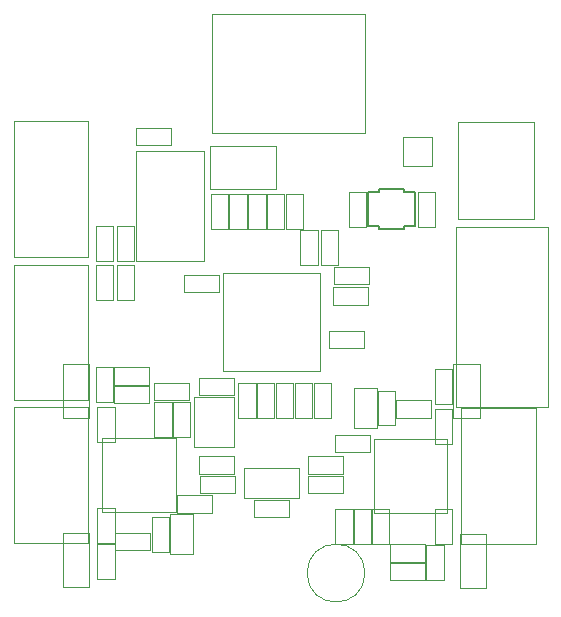
<source format=gbr>
%TF.GenerationSoftware,KiCad,Pcbnew,8.0.2*%
%TF.CreationDate,2024-08-07T22:56:45+12:00*%
%TF.ProjectId,FYP_P2_2,4659505f-5032-45f3-922e-6b696361645f,rev?*%
%TF.SameCoordinates,Original*%
%TF.FileFunction,Other,User*%
%FSLAX46Y46*%
G04 Gerber Fmt 4.6, Leading zero omitted, Abs format (unit mm)*
G04 Created by KiCad (PCBNEW 8.0.2) date 2024-08-07 22:56:45*
%MOMM*%
%LPD*%
G01*
G04 APERTURE LIST*
%ADD10C,0.152400*%
%ADD11C,0.050000*%
G04 APERTURE END LIST*
D10*
%TO.C,U4*%
X127594750Y-83517001D02*
X128547250Y-83517001D01*
X127594750Y-86433001D02*
X127594750Y-83517001D01*
X127594750Y-86433001D02*
X128547250Y-86433001D01*
X128547250Y-83273201D02*
X130655450Y-83273201D01*
X128547250Y-83517001D02*
X128547250Y-83273201D01*
X128547250Y-86676801D02*
X128547250Y-86433001D01*
X130655450Y-83273201D02*
X130655450Y-83517001D01*
X130655450Y-86433001D02*
X130655450Y-86676801D01*
X130655450Y-86676801D02*
X128547250Y-86676801D01*
X131607950Y-83517001D02*
X130655450Y-83517001D01*
X131607950Y-83517001D02*
X131607950Y-86433001D01*
X131607950Y-86433001D02*
X130655450Y-86433001D01*
D11*
%TO.C,J7*%
X135080000Y-86530000D02*
X135080000Y-101720000D01*
X135080000Y-86530000D02*
X142820000Y-86530000D01*
X142820000Y-86530000D02*
X142820000Y-101720000D01*
X142820000Y-101720000D02*
X135080000Y-101720000D01*
%TO.C,Y1*%
X112850000Y-100925000D02*
X112850000Y-105125000D01*
X112850000Y-105125000D02*
X116250000Y-105125000D01*
X116250000Y-100925000D02*
X112850000Y-100925000D01*
X116250000Y-105125000D02*
X116250000Y-100925000D01*
%TO.C,U3*%
X107995000Y-80060000D02*
X107995000Y-89360000D01*
X107995000Y-89360000D02*
X113715000Y-89360000D01*
X113715000Y-80060000D02*
X107995000Y-80060000D01*
X113715000Y-89360000D02*
X113715000Y-80060000D01*
%TO.C,R3*%
X106310000Y-89745000D02*
X107770000Y-89745000D01*
X106310000Y-92705000D02*
X106310000Y-89745000D01*
X107770000Y-89745000D02*
X107770000Y-92705000D01*
X107770000Y-92705000D02*
X106310000Y-92705000D01*
%TO.C,C21*%
X133260000Y-101872500D02*
X134720000Y-101872500D01*
X133260000Y-104832500D02*
X133260000Y-101872500D01*
X134720000Y-101872500D02*
X134720000Y-104832500D01*
X134720000Y-104832500D02*
X133260000Y-104832500D01*
%TO.C,C23*%
X124815000Y-104115000D02*
X127775000Y-104115000D01*
X124815000Y-105575000D02*
X124815000Y-104115000D01*
X127775000Y-104115000D02*
X127775000Y-105575000D01*
X127775000Y-105575000D02*
X124815000Y-105575000D01*
%TO.C,C31*%
X117945000Y-109620000D02*
X120905000Y-109620000D01*
X117945000Y-111080000D02*
X117945000Y-109620000D01*
X120905000Y-109620000D02*
X120905000Y-111080000D01*
X120905000Y-111080000D02*
X117945000Y-111080000D01*
%TO.C,H1*%
X127340000Y-115800000D02*
G75*
G02*
X122440000Y-115800000I-2450000J0D01*
G01*
X122440000Y-115800000D02*
G75*
G02*
X127340000Y-115800000I2450000J0D01*
G01*
%TO.C,R22*%
X104530000Y-98395000D02*
X105990000Y-98395000D01*
X104530000Y-101355000D02*
X104530000Y-98395000D01*
X105990000Y-98395000D02*
X105990000Y-101355000D01*
X105990000Y-101355000D02*
X104530000Y-101355000D01*
%TO.C,R27*%
X101780000Y-112395000D02*
X104020000Y-112395000D01*
X101780000Y-116955000D02*
X101780000Y-112395000D01*
X104020000Y-112395000D02*
X104020000Y-116955000D01*
X104020000Y-116955000D02*
X101780000Y-116955000D01*
%TO.C,J15*%
X97610000Y-77550000D02*
X103910000Y-77550000D01*
X97610000Y-89000000D02*
X97610000Y-77550000D01*
X103910000Y-77550000D02*
X103910000Y-89000000D01*
X103910000Y-89000000D02*
X97610000Y-89000000D01*
%TO.C,C28*%
X104695000Y-110295000D02*
X106155000Y-110295000D01*
X104695000Y-113255000D02*
X104695000Y-110295000D01*
X106155000Y-110295000D02*
X106155000Y-113255000D01*
X106155000Y-113255000D02*
X104695000Y-113255000D01*
%TO.C,R8*%
X106310000Y-86410000D02*
X107770000Y-86410000D01*
X106310000Y-89370000D02*
X106310000Y-86410000D01*
X107770000Y-86410000D02*
X107770000Y-89370000D01*
X107770000Y-89370000D02*
X106310000Y-89370000D01*
%TO.C,C3*%
X124295000Y-95320000D02*
X127255000Y-95320000D01*
X124295000Y-96780000D02*
X124295000Y-95320000D01*
X127255000Y-95320000D02*
X127255000Y-96780000D01*
X127255000Y-96780000D02*
X124295000Y-96780000D01*
%TO.C,C13*%
X116620000Y-99720000D02*
X118080000Y-99720000D01*
X116620000Y-102680000D02*
X116620000Y-99720000D01*
X118080000Y-99720000D02*
X118080000Y-102680000D01*
X118080000Y-102680000D02*
X116620000Y-102680000D01*
%TO.C,IC1*%
X128080000Y-104465000D02*
X134330000Y-104465000D01*
X128080000Y-110715000D02*
X128080000Y-104465000D01*
X134330000Y-104465000D02*
X134330000Y-110715000D01*
X134330000Y-110715000D02*
X128080000Y-110715000D01*
%TO.C,R15*%
X132540000Y-113455000D02*
X134000000Y-113455000D01*
X132540000Y-116415000D02*
X132540000Y-113455000D01*
X134000000Y-113455000D02*
X134000000Y-116415000D01*
X134000000Y-116415000D02*
X132540000Y-116415000D01*
%TO.C,R16*%
X133260000Y-98530000D02*
X134720000Y-98530000D01*
X133260000Y-101490000D02*
X133260000Y-98530000D01*
X134720000Y-98530000D02*
X134720000Y-101490000D01*
X134720000Y-101490000D02*
X133260000Y-101490000D01*
%TO.C,D4*%
X113340000Y-107570000D02*
X116300000Y-107570000D01*
X113340000Y-109030000D02*
X113340000Y-107570000D01*
X116300000Y-107570000D02*
X116300000Y-109030000D01*
X116300000Y-109030000D02*
X113340000Y-109030000D01*
%TO.C,C5*%
X119805000Y-99720000D02*
X121265000Y-99720000D01*
X119805000Y-102680000D02*
X119805000Y-99720000D01*
X121265000Y-99720000D02*
X121265000Y-102680000D01*
X121265000Y-102680000D02*
X119805000Y-102680000D01*
%TO.C,C15*%
X131795000Y-83545000D02*
X133255000Y-83545000D01*
X131795000Y-86505000D02*
X131795000Y-83545000D01*
X133255000Y-83545000D02*
X133255000Y-86505000D01*
X133255000Y-86505000D02*
X131795000Y-86505000D01*
%TO.C,C14*%
X113290000Y-99260000D02*
X116250000Y-99260000D01*
X113290000Y-100720000D02*
X113290000Y-99260000D01*
X116250000Y-99260000D02*
X116250000Y-100720000D01*
X116250000Y-100720000D02*
X113290000Y-100720000D01*
%TO.C,J9*%
X97600000Y-101770000D02*
X103900000Y-101770000D01*
X97600000Y-113220000D02*
X97600000Y-101770000D01*
X103900000Y-101770000D02*
X103900000Y-113220000D01*
X103900000Y-113220000D02*
X97600000Y-113220000D01*
%TO.C,J14*%
X135500000Y-101865000D02*
X141800000Y-101865000D01*
X135500000Y-113315000D02*
X135500000Y-101865000D01*
X141800000Y-101865000D02*
X141800000Y-113315000D01*
X141800000Y-113315000D02*
X135500000Y-113315000D01*
%TO.C,C27*%
X110845000Y-110800000D02*
X112805000Y-110800000D01*
X110845000Y-114200000D02*
X110845000Y-110800000D01*
X112805000Y-110800000D02*
X112805000Y-114200000D01*
X112805000Y-114200000D02*
X110845000Y-114200000D01*
%TO.C,R28*%
X101780000Y-98070000D02*
X104020000Y-98070000D01*
X101780000Y-102630000D02*
X101780000Y-98070000D01*
X104020000Y-98070000D02*
X104020000Y-102630000D01*
X104020000Y-102630000D02*
X101780000Y-102630000D01*
%TO.C,C17*%
X125995000Y-83545000D02*
X127455000Y-83545000D01*
X125995000Y-86505000D02*
X125995000Y-83545000D01*
X127455000Y-83545000D02*
X127455000Y-86505000D01*
X127455000Y-86505000D02*
X125995000Y-86505000D01*
%TO.C,C4*%
X124620000Y-91620000D02*
X127580000Y-91620000D01*
X124620000Y-93080000D02*
X124620000Y-91620000D01*
X127580000Y-91620000D02*
X127580000Y-93080000D01*
X127580000Y-93080000D02*
X124620000Y-93080000D01*
%TO.C,R20*%
X111070000Y-101317500D02*
X112530000Y-101317500D01*
X111070000Y-104277500D02*
X111070000Y-101317500D01*
X112530000Y-101317500D02*
X112530000Y-104277500D01*
X112530000Y-104277500D02*
X111070000Y-104277500D01*
%TO.C,C8*%
X123620000Y-86745000D02*
X125080000Y-86745000D01*
X123620000Y-89705000D02*
X123620000Y-86745000D01*
X125080000Y-86745000D02*
X125080000Y-89705000D01*
X125080000Y-89705000D02*
X123620000Y-89705000D01*
%TO.C,C25*%
X104695000Y-101745000D02*
X106155000Y-101745000D01*
X104695000Y-104705000D02*
X104695000Y-101745000D01*
X106155000Y-101745000D02*
X106155000Y-104705000D01*
X106155000Y-104705000D02*
X104695000Y-104705000D01*
%TO.C,C1*%
X124695000Y-89870000D02*
X127655000Y-89870000D01*
X124695000Y-91330000D02*
X124695000Y-89870000D01*
X127655000Y-89870000D02*
X127655000Y-91330000D01*
X127655000Y-91330000D02*
X124695000Y-91330000D01*
%TO.C,R9*%
X104580000Y-86405000D02*
X106040000Y-86405000D01*
X104580000Y-89365000D02*
X104580000Y-86405000D01*
X106040000Y-86405000D02*
X106040000Y-89365000D01*
X106040000Y-89365000D02*
X104580000Y-89365000D01*
%TO.C,R11*%
X120670000Y-83695000D02*
X122130000Y-83695000D01*
X120670000Y-86655000D02*
X120670000Y-83695000D01*
X122130000Y-83695000D02*
X122130000Y-86655000D01*
X122130000Y-86655000D02*
X120670000Y-86655000D01*
%TO.C,C7*%
X117470000Y-83695000D02*
X118930000Y-83695000D01*
X117470000Y-86655000D02*
X117470000Y-83695000D01*
X118930000Y-83695000D02*
X118930000Y-86655000D01*
X118930000Y-86655000D02*
X117470000Y-86655000D01*
%TO.C,C24*%
X109520000Y-101317500D02*
X110980000Y-101317500D01*
X109520000Y-104277500D02*
X109520000Y-101317500D01*
X110980000Y-101317500D02*
X110980000Y-104277500D01*
X110980000Y-104277500D02*
X109520000Y-104277500D01*
%TO.C,C2*%
X115870000Y-83695000D02*
X117330000Y-83695000D01*
X115870000Y-86655000D02*
X115870000Y-83695000D01*
X117330000Y-83695000D02*
X117330000Y-86655000D01*
X117330000Y-86655000D02*
X115870000Y-86655000D01*
%TO.C,R25*%
X106095000Y-99945000D02*
X109055000Y-99945000D01*
X106095000Y-101405000D02*
X106095000Y-99945000D01*
X109055000Y-99945000D02*
X109055000Y-101405000D01*
X109055000Y-101405000D02*
X106095000Y-101405000D01*
%TO.C,C30*%
X111460000Y-109220000D02*
X114420000Y-109220000D01*
X111460000Y-110680000D02*
X111460000Y-109220000D01*
X114420000Y-109220000D02*
X114420000Y-110680000D01*
X114420000Y-110680000D02*
X111460000Y-110680000D01*
%TO.C,J5*%
X97630000Y-89690000D02*
X103930000Y-89690000D01*
X97630000Y-101140000D02*
X97630000Y-89690000D01*
X103930000Y-89690000D02*
X103930000Y-101140000D01*
X103930000Y-101140000D02*
X97630000Y-101140000D01*
%TO.C,IC2*%
X105075000Y-104375000D02*
X111325000Y-104375000D01*
X105075000Y-110625000D02*
X105075000Y-104375000D01*
X111325000Y-104375000D02*
X111325000Y-110625000D01*
X111325000Y-110625000D02*
X105075000Y-110625000D01*
%TO.C,J12*%
X135185000Y-85850000D02*
X135185000Y-77580000D01*
X135185000Y-85850000D02*
X141645000Y-85850000D01*
X141645000Y-77580000D02*
X135185000Y-77580000D01*
X141645000Y-77580000D02*
X141645000Y-85850000D01*
%TO.C,C6*%
X112055000Y-90554841D02*
X115015000Y-90554841D01*
X112055000Y-92014841D02*
X112055000Y-90554841D01*
X115015000Y-90554841D02*
X115015000Y-92014841D01*
X115015000Y-92014841D02*
X112055000Y-92014841D01*
%TO.C,D1*%
X124845000Y-110345000D02*
X126305000Y-110345000D01*
X124845000Y-113305000D02*
X124845000Y-110345000D01*
X126305000Y-110345000D02*
X126305000Y-113305000D01*
X126305000Y-113305000D02*
X124845000Y-113305000D01*
%TO.C,D2*%
X122507500Y-107570000D02*
X125467500Y-107570000D01*
X122507500Y-109030000D02*
X122507500Y-107570000D01*
X125467500Y-107570000D02*
X125467500Y-109030000D01*
X125467500Y-109030000D02*
X122507500Y-109030000D01*
%TO.C,R12*%
X119070000Y-83695000D02*
X120530000Y-83695000D01*
X119070000Y-86655000D02*
X119070000Y-83695000D01*
X120530000Y-83695000D02*
X120530000Y-86655000D01*
X120530000Y-86655000D02*
X119070000Y-86655000D01*
%TO.C,U2*%
X115295000Y-90400000D02*
X115295000Y-98660000D01*
X115295000Y-98660000D02*
X123555000Y-98660000D01*
X123555000Y-90400000D02*
X115295000Y-90400000D01*
X123555000Y-98660000D02*
X123555000Y-90400000D01*
%TO.C,C12*%
X107980000Y-78120000D02*
X110940000Y-78120000D01*
X107980000Y-79580000D02*
X107980000Y-78120000D01*
X110940000Y-78120000D02*
X110940000Y-79580000D01*
X110940000Y-79580000D02*
X107980000Y-79580000D01*
%TO.C,TP1*%
X130525000Y-78875000D02*
X130525000Y-81375000D01*
X130525000Y-78875000D02*
X133025000Y-78875000D01*
X133025000Y-81375000D02*
X130525000Y-81375000D01*
X133025000Y-81375000D02*
X133025000Y-78875000D01*
%TO.C,C18*%
X133260000Y-110360000D02*
X134720000Y-110360000D01*
X133260000Y-113320000D02*
X133260000Y-110360000D01*
X134720000Y-110360000D02*
X134720000Y-113320000D01*
X134720000Y-113320000D02*
X133260000Y-113320000D01*
%TO.C,R23*%
X104695000Y-113370000D02*
X106155000Y-113370000D01*
X104695000Y-116330000D02*
X104695000Y-113370000D01*
X106155000Y-113370000D02*
X106155000Y-116330000D01*
X106155000Y-116330000D02*
X104695000Y-116330000D01*
%TO.C,R26*%
X113320000Y-105925000D02*
X116280000Y-105925000D01*
X113320000Y-107385000D02*
X113320000Y-105925000D01*
X116280000Y-105925000D02*
X116280000Y-107385000D01*
X116280000Y-107385000D02*
X113320000Y-107385000D01*
%TO.C,R14*%
X122990000Y-99720000D02*
X124450000Y-99720000D01*
X122990000Y-102680000D02*
X122990000Y-99720000D01*
X124450000Y-99720000D02*
X124450000Y-102680000D01*
X124450000Y-102680000D02*
X122990000Y-102680000D01*
%TO.C,R5*%
X104580000Y-89745000D02*
X106040000Y-89745000D01*
X104580000Y-92705000D02*
X104580000Y-89745000D01*
X106040000Y-89745000D02*
X106040000Y-92705000D01*
X106040000Y-92705000D02*
X104580000Y-92705000D01*
%TO.C,SW1*%
X114200000Y-79675000D02*
X119800000Y-79675000D01*
X114200000Y-83275000D02*
X114200000Y-79675000D01*
X119800000Y-79675000D02*
X119800000Y-83275000D01*
X119800000Y-83275000D02*
X114200000Y-83275000D01*
%TO.C,R29*%
X134830000Y-98070000D02*
X137070000Y-98070000D01*
X134830000Y-102630000D02*
X134830000Y-98070000D01*
X137070000Y-98070000D02*
X137070000Y-102630000D01*
X137070000Y-102630000D02*
X134830000Y-102630000D01*
%TO.C,R19*%
X122507500Y-105925000D02*
X125467500Y-105925000D01*
X122507500Y-107385000D02*
X122507500Y-105925000D01*
X125467500Y-105925000D02*
X125467500Y-107385000D01*
X125467500Y-107385000D02*
X122507500Y-107385000D01*
%TO.C,C16*%
X127945000Y-110345000D02*
X129405000Y-110345000D01*
X127945000Y-113305000D02*
X127945000Y-110345000D01*
X129405000Y-110345000D02*
X129405000Y-113305000D01*
X129405000Y-113305000D02*
X127945000Y-113305000D01*
%TO.C,C26*%
X106220000Y-112370000D02*
X109180000Y-112370000D01*
X106220000Y-113830000D02*
X106220000Y-112370000D01*
X109180000Y-112370000D02*
X109180000Y-113830000D01*
X109180000Y-113830000D02*
X106220000Y-113830000D01*
%TO.C,C11*%
X121870000Y-86745000D02*
X123330000Y-86745000D01*
X121870000Y-89705000D02*
X121870000Y-86745000D01*
X123330000Y-86745000D02*
X123330000Y-89705000D01*
X123330000Y-89705000D02*
X121870000Y-89705000D01*
%TO.C,J13*%
X117125000Y-106907500D02*
X117125000Y-109407500D01*
X117125000Y-106907500D02*
X121725000Y-106907500D01*
X121725000Y-109407500D02*
X117125000Y-109407500D01*
X121725000Y-109407500D02*
X121725000Y-106907500D01*
%TO.C,C20*%
X126420000Y-100125000D02*
X128380000Y-100125000D01*
X126420000Y-103525000D02*
X126420000Y-100125000D01*
X128380000Y-100125000D02*
X128380000Y-103525000D01*
X128380000Y-103525000D02*
X126420000Y-103525000D01*
%TO.C,R10*%
X118212500Y-99720000D02*
X119672500Y-99720000D01*
X118212500Y-102680000D02*
X118212500Y-99720000D01*
X119672500Y-99720000D02*
X119672500Y-102680000D01*
X119672500Y-102680000D02*
X118212500Y-102680000D01*
%TO.C,R1*%
X135380000Y-112482500D02*
X137620000Y-112482500D01*
X135380000Y-117042500D02*
X135380000Y-112482500D01*
X137620000Y-112482500D02*
X137620000Y-117042500D01*
X137620000Y-117042500D02*
X135380000Y-117042500D01*
%TO.C,R13*%
X126395000Y-110345000D02*
X127855000Y-110345000D01*
X126395000Y-113305000D02*
X126395000Y-110345000D01*
X127855000Y-110345000D02*
X127855000Y-113305000D01*
X127855000Y-113305000D02*
X126395000Y-113305000D01*
%TO.C,C10*%
X121397500Y-99720000D02*
X122857500Y-99720000D01*
X121397500Y-102680000D02*
X121397500Y-99720000D01*
X122857500Y-99720000D02*
X122857500Y-102680000D01*
X122857500Y-102680000D02*
X121397500Y-102680000D01*
%TO.C,C9*%
X114270000Y-83695000D02*
X115730000Y-83695000D01*
X114270000Y-86655000D02*
X114270000Y-83695000D01*
X115730000Y-83695000D02*
X115730000Y-86655000D01*
X115730000Y-86655000D02*
X114270000Y-86655000D01*
%TO.C,R17*%
X129460000Y-114910000D02*
X132420000Y-114910000D01*
X129460000Y-116370000D02*
X129460000Y-114910000D01*
X132420000Y-114910000D02*
X132420000Y-116370000D01*
X132420000Y-116370000D02*
X129460000Y-116370000D01*
%TO.C,J2*%
X114350000Y-68500000D02*
X127350000Y-68500000D01*
X114350000Y-78500000D02*
X114350000Y-68500000D01*
X127350000Y-68500000D02*
X127350000Y-78500000D01*
X127350000Y-78500000D02*
X114350000Y-78500000D01*
%TO.C,C19*%
X129970000Y-101170000D02*
X132930000Y-101170000D01*
X129970000Y-102630000D02*
X129970000Y-101170000D01*
X132930000Y-101170000D02*
X132930000Y-102630000D01*
X132930000Y-102630000D02*
X129970000Y-102630000D01*
%TO.C,C22*%
X128445000Y-100345000D02*
X129905000Y-100345000D01*
X128445000Y-103305000D02*
X128445000Y-100345000D01*
X129905000Y-100345000D02*
X129905000Y-103305000D01*
X129905000Y-103305000D02*
X128445000Y-103305000D01*
%TO.C,R24*%
X106095000Y-98395000D02*
X109055000Y-98395000D01*
X106095000Y-99855000D02*
X106095000Y-98395000D01*
X109055000Y-98395000D02*
X109055000Y-99855000D01*
X109055000Y-99855000D02*
X106095000Y-99855000D01*
%TO.C,C29*%
X109270000Y-111020000D02*
X110730000Y-111020000D01*
X109270000Y-113980000D02*
X109270000Y-111020000D01*
X110730000Y-111020000D02*
X110730000Y-113980000D01*
X110730000Y-113980000D02*
X109270000Y-113980000D01*
%TO.C,D3*%
X109520000Y-99720000D02*
X112480000Y-99720000D01*
X109520000Y-101180000D02*
X109520000Y-99720000D01*
X112480000Y-99720000D02*
X112480000Y-101180000D01*
X112480000Y-101180000D02*
X109520000Y-101180000D01*
%TO.C,R18*%
X129460000Y-113370000D02*
X132420000Y-113370000D01*
X129460000Y-114830000D02*
X129460000Y-113370000D01*
X132420000Y-113370000D02*
X132420000Y-114830000D01*
X132420000Y-114830000D02*
X129460000Y-114830000D01*
%TD*%
M02*

</source>
